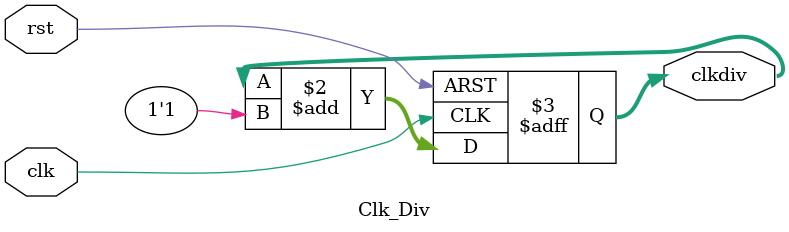
<source format=v>
/******************************************************************************
 ** Logisim-evolution goes FPGA automatic generated Verilog code             **
 ** https://github.com/logisim-evolution/                                    **
 **                                                                          **
 ** Component : Clk_Div                                                      **
 **                                                                          **
 *****************************************************************************/

module Clk_Div(
    input clk,
    input rst,
    output reg[31:0]clkdiv
    );
    always @(posedge clk or posedge rst) begin
        if(rst) clkdiv<=0;
        else clkdiv<=clkdiv+1'b1;
    end
endmodule
</source>
